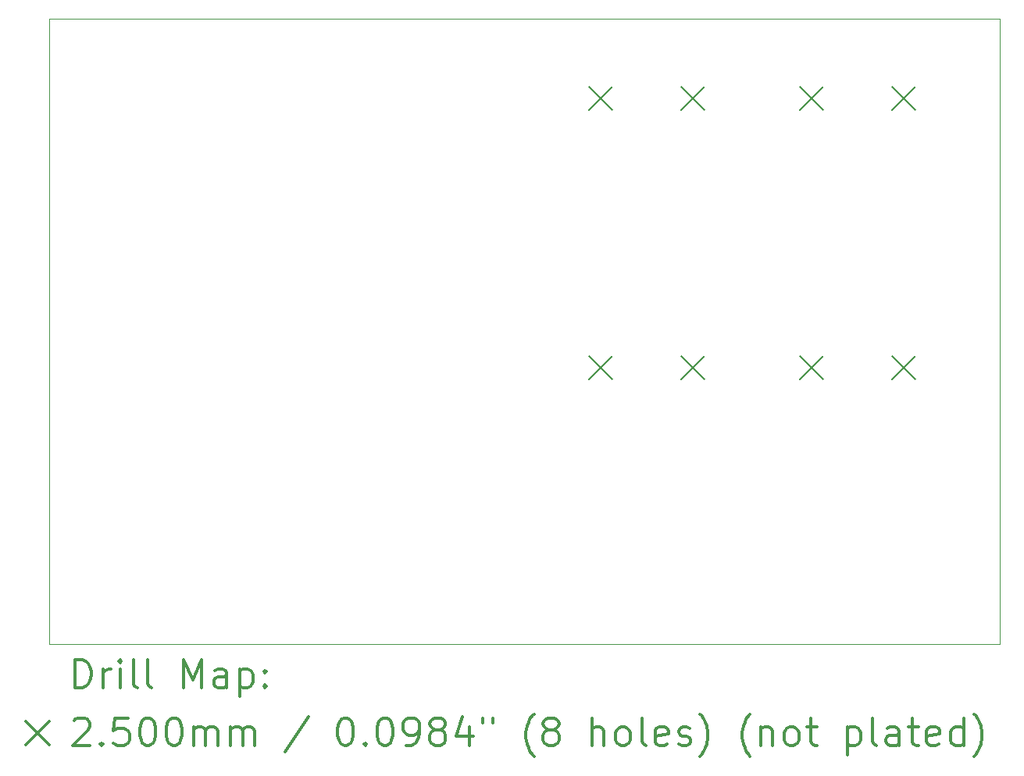
<source format=gbr>
%FSLAX45Y45*%
G04 Gerber Fmt 4.5, Leading zero omitted, Abs format (unit mm)*
G04 Created by KiCad (PCBNEW (5.1.10)-1) date 2021-10-04 13:51:50*
%MOMM*%
%LPD*%
G01*
G04 APERTURE LIST*
%TA.AperFunction,Profile*%
%ADD10C,0.100000*%
%TD*%
%ADD11C,0.200000*%
%ADD12C,0.300000*%
G04 APERTURE END LIST*
D10*
X16777000Y-13208000D02*
X16777000Y-6428000D01*
X16777000Y-6428000D02*
X6477000Y-6428000D01*
X6477000Y-13208000D02*
X16777000Y-13208000D01*
X6477000Y-6428000D02*
X6477000Y-13208000D01*
D11*
X12329000Y-7164800D02*
X12579000Y-7414800D01*
X12579000Y-7164800D02*
X12329000Y-7414800D01*
X12329000Y-10085800D02*
X12579000Y-10335800D01*
X12579000Y-10085800D02*
X12329000Y-10335800D01*
X13329000Y-7164800D02*
X13579000Y-7414800D01*
X13579000Y-7164800D02*
X13329000Y-7414800D01*
X13329000Y-10085800D02*
X13579000Y-10335800D01*
X13579000Y-10085800D02*
X13329000Y-10335800D01*
X14615000Y-7164800D02*
X14865000Y-7414800D01*
X14865000Y-7164800D02*
X14615000Y-7414800D01*
X14615000Y-10085800D02*
X14865000Y-10335800D01*
X14865000Y-10085800D02*
X14615000Y-10335800D01*
X15615000Y-7164800D02*
X15865000Y-7414800D01*
X15865000Y-7164800D02*
X15615000Y-7414800D01*
X15615000Y-10085800D02*
X15865000Y-10335800D01*
X15865000Y-10085800D02*
X15615000Y-10335800D01*
D12*
X6758428Y-13678714D02*
X6758428Y-13378714D01*
X6829857Y-13378714D01*
X6872714Y-13393000D01*
X6901286Y-13421571D01*
X6915571Y-13450143D01*
X6929857Y-13507286D01*
X6929857Y-13550143D01*
X6915571Y-13607286D01*
X6901286Y-13635857D01*
X6872714Y-13664429D01*
X6829857Y-13678714D01*
X6758428Y-13678714D01*
X7058428Y-13678714D02*
X7058428Y-13478714D01*
X7058428Y-13535857D02*
X7072714Y-13507286D01*
X7087000Y-13493000D01*
X7115571Y-13478714D01*
X7144143Y-13478714D01*
X7244143Y-13678714D02*
X7244143Y-13478714D01*
X7244143Y-13378714D02*
X7229857Y-13393000D01*
X7244143Y-13407286D01*
X7258428Y-13393000D01*
X7244143Y-13378714D01*
X7244143Y-13407286D01*
X7429857Y-13678714D02*
X7401286Y-13664429D01*
X7387000Y-13635857D01*
X7387000Y-13378714D01*
X7587000Y-13678714D02*
X7558428Y-13664429D01*
X7544143Y-13635857D01*
X7544143Y-13378714D01*
X7929857Y-13678714D02*
X7929857Y-13378714D01*
X8029857Y-13593000D01*
X8129857Y-13378714D01*
X8129857Y-13678714D01*
X8401286Y-13678714D02*
X8401286Y-13521571D01*
X8387000Y-13493000D01*
X8358428Y-13478714D01*
X8301286Y-13478714D01*
X8272714Y-13493000D01*
X8401286Y-13664429D02*
X8372714Y-13678714D01*
X8301286Y-13678714D01*
X8272714Y-13664429D01*
X8258428Y-13635857D01*
X8258428Y-13607286D01*
X8272714Y-13578714D01*
X8301286Y-13564429D01*
X8372714Y-13564429D01*
X8401286Y-13550143D01*
X8544143Y-13478714D02*
X8544143Y-13778714D01*
X8544143Y-13493000D02*
X8572714Y-13478714D01*
X8629857Y-13478714D01*
X8658428Y-13493000D01*
X8672714Y-13507286D01*
X8687000Y-13535857D01*
X8687000Y-13621571D01*
X8672714Y-13650143D01*
X8658428Y-13664429D01*
X8629857Y-13678714D01*
X8572714Y-13678714D01*
X8544143Y-13664429D01*
X8815571Y-13650143D02*
X8829857Y-13664429D01*
X8815571Y-13678714D01*
X8801286Y-13664429D01*
X8815571Y-13650143D01*
X8815571Y-13678714D01*
X8815571Y-13493000D02*
X8829857Y-13507286D01*
X8815571Y-13521571D01*
X8801286Y-13507286D01*
X8815571Y-13493000D01*
X8815571Y-13521571D01*
X6222000Y-14048000D02*
X6472000Y-14298000D01*
X6472000Y-14048000D02*
X6222000Y-14298000D01*
X6744143Y-14037286D02*
X6758428Y-14023000D01*
X6787000Y-14008714D01*
X6858428Y-14008714D01*
X6887000Y-14023000D01*
X6901286Y-14037286D01*
X6915571Y-14065857D01*
X6915571Y-14094429D01*
X6901286Y-14137286D01*
X6729857Y-14308714D01*
X6915571Y-14308714D01*
X7044143Y-14280143D02*
X7058428Y-14294429D01*
X7044143Y-14308714D01*
X7029857Y-14294429D01*
X7044143Y-14280143D01*
X7044143Y-14308714D01*
X7329857Y-14008714D02*
X7187000Y-14008714D01*
X7172714Y-14151571D01*
X7187000Y-14137286D01*
X7215571Y-14123000D01*
X7287000Y-14123000D01*
X7315571Y-14137286D01*
X7329857Y-14151571D01*
X7344143Y-14180143D01*
X7344143Y-14251571D01*
X7329857Y-14280143D01*
X7315571Y-14294429D01*
X7287000Y-14308714D01*
X7215571Y-14308714D01*
X7187000Y-14294429D01*
X7172714Y-14280143D01*
X7529857Y-14008714D02*
X7558428Y-14008714D01*
X7587000Y-14023000D01*
X7601286Y-14037286D01*
X7615571Y-14065857D01*
X7629857Y-14123000D01*
X7629857Y-14194429D01*
X7615571Y-14251571D01*
X7601286Y-14280143D01*
X7587000Y-14294429D01*
X7558428Y-14308714D01*
X7529857Y-14308714D01*
X7501286Y-14294429D01*
X7487000Y-14280143D01*
X7472714Y-14251571D01*
X7458428Y-14194429D01*
X7458428Y-14123000D01*
X7472714Y-14065857D01*
X7487000Y-14037286D01*
X7501286Y-14023000D01*
X7529857Y-14008714D01*
X7815571Y-14008714D02*
X7844143Y-14008714D01*
X7872714Y-14023000D01*
X7887000Y-14037286D01*
X7901286Y-14065857D01*
X7915571Y-14123000D01*
X7915571Y-14194429D01*
X7901286Y-14251571D01*
X7887000Y-14280143D01*
X7872714Y-14294429D01*
X7844143Y-14308714D01*
X7815571Y-14308714D01*
X7787000Y-14294429D01*
X7772714Y-14280143D01*
X7758428Y-14251571D01*
X7744143Y-14194429D01*
X7744143Y-14123000D01*
X7758428Y-14065857D01*
X7772714Y-14037286D01*
X7787000Y-14023000D01*
X7815571Y-14008714D01*
X8044143Y-14308714D02*
X8044143Y-14108714D01*
X8044143Y-14137286D02*
X8058428Y-14123000D01*
X8087000Y-14108714D01*
X8129857Y-14108714D01*
X8158428Y-14123000D01*
X8172714Y-14151571D01*
X8172714Y-14308714D01*
X8172714Y-14151571D02*
X8187000Y-14123000D01*
X8215571Y-14108714D01*
X8258428Y-14108714D01*
X8287000Y-14123000D01*
X8301286Y-14151571D01*
X8301286Y-14308714D01*
X8444143Y-14308714D02*
X8444143Y-14108714D01*
X8444143Y-14137286D02*
X8458428Y-14123000D01*
X8487000Y-14108714D01*
X8529857Y-14108714D01*
X8558428Y-14123000D01*
X8572714Y-14151571D01*
X8572714Y-14308714D01*
X8572714Y-14151571D02*
X8587000Y-14123000D01*
X8615571Y-14108714D01*
X8658428Y-14108714D01*
X8687000Y-14123000D01*
X8701286Y-14151571D01*
X8701286Y-14308714D01*
X9287000Y-13994429D02*
X9029857Y-14380143D01*
X9672714Y-14008714D02*
X9701286Y-14008714D01*
X9729857Y-14023000D01*
X9744143Y-14037286D01*
X9758428Y-14065857D01*
X9772714Y-14123000D01*
X9772714Y-14194429D01*
X9758428Y-14251571D01*
X9744143Y-14280143D01*
X9729857Y-14294429D01*
X9701286Y-14308714D01*
X9672714Y-14308714D01*
X9644143Y-14294429D01*
X9629857Y-14280143D01*
X9615571Y-14251571D01*
X9601286Y-14194429D01*
X9601286Y-14123000D01*
X9615571Y-14065857D01*
X9629857Y-14037286D01*
X9644143Y-14023000D01*
X9672714Y-14008714D01*
X9901286Y-14280143D02*
X9915571Y-14294429D01*
X9901286Y-14308714D01*
X9887000Y-14294429D01*
X9901286Y-14280143D01*
X9901286Y-14308714D01*
X10101286Y-14008714D02*
X10129857Y-14008714D01*
X10158428Y-14023000D01*
X10172714Y-14037286D01*
X10187000Y-14065857D01*
X10201286Y-14123000D01*
X10201286Y-14194429D01*
X10187000Y-14251571D01*
X10172714Y-14280143D01*
X10158428Y-14294429D01*
X10129857Y-14308714D01*
X10101286Y-14308714D01*
X10072714Y-14294429D01*
X10058428Y-14280143D01*
X10044143Y-14251571D01*
X10029857Y-14194429D01*
X10029857Y-14123000D01*
X10044143Y-14065857D01*
X10058428Y-14037286D01*
X10072714Y-14023000D01*
X10101286Y-14008714D01*
X10344143Y-14308714D02*
X10401286Y-14308714D01*
X10429857Y-14294429D01*
X10444143Y-14280143D01*
X10472714Y-14237286D01*
X10487000Y-14180143D01*
X10487000Y-14065857D01*
X10472714Y-14037286D01*
X10458428Y-14023000D01*
X10429857Y-14008714D01*
X10372714Y-14008714D01*
X10344143Y-14023000D01*
X10329857Y-14037286D01*
X10315571Y-14065857D01*
X10315571Y-14137286D01*
X10329857Y-14165857D01*
X10344143Y-14180143D01*
X10372714Y-14194429D01*
X10429857Y-14194429D01*
X10458428Y-14180143D01*
X10472714Y-14165857D01*
X10487000Y-14137286D01*
X10658428Y-14137286D02*
X10629857Y-14123000D01*
X10615571Y-14108714D01*
X10601286Y-14080143D01*
X10601286Y-14065857D01*
X10615571Y-14037286D01*
X10629857Y-14023000D01*
X10658428Y-14008714D01*
X10715571Y-14008714D01*
X10744143Y-14023000D01*
X10758428Y-14037286D01*
X10772714Y-14065857D01*
X10772714Y-14080143D01*
X10758428Y-14108714D01*
X10744143Y-14123000D01*
X10715571Y-14137286D01*
X10658428Y-14137286D01*
X10629857Y-14151571D01*
X10615571Y-14165857D01*
X10601286Y-14194429D01*
X10601286Y-14251571D01*
X10615571Y-14280143D01*
X10629857Y-14294429D01*
X10658428Y-14308714D01*
X10715571Y-14308714D01*
X10744143Y-14294429D01*
X10758428Y-14280143D01*
X10772714Y-14251571D01*
X10772714Y-14194429D01*
X10758428Y-14165857D01*
X10744143Y-14151571D01*
X10715571Y-14137286D01*
X11029857Y-14108714D02*
X11029857Y-14308714D01*
X10958428Y-13994429D02*
X10887000Y-14208714D01*
X11072714Y-14208714D01*
X11172714Y-14008714D02*
X11172714Y-14065857D01*
X11287000Y-14008714D02*
X11287000Y-14065857D01*
X11729857Y-14423000D02*
X11715571Y-14408714D01*
X11687000Y-14365857D01*
X11672714Y-14337286D01*
X11658428Y-14294429D01*
X11644143Y-14223000D01*
X11644143Y-14165857D01*
X11658428Y-14094429D01*
X11672714Y-14051571D01*
X11687000Y-14023000D01*
X11715571Y-13980143D01*
X11729857Y-13965857D01*
X11887000Y-14137286D02*
X11858428Y-14123000D01*
X11844143Y-14108714D01*
X11829857Y-14080143D01*
X11829857Y-14065857D01*
X11844143Y-14037286D01*
X11858428Y-14023000D01*
X11887000Y-14008714D01*
X11944143Y-14008714D01*
X11972714Y-14023000D01*
X11987000Y-14037286D01*
X12001286Y-14065857D01*
X12001286Y-14080143D01*
X11987000Y-14108714D01*
X11972714Y-14123000D01*
X11944143Y-14137286D01*
X11887000Y-14137286D01*
X11858428Y-14151571D01*
X11844143Y-14165857D01*
X11829857Y-14194429D01*
X11829857Y-14251571D01*
X11844143Y-14280143D01*
X11858428Y-14294429D01*
X11887000Y-14308714D01*
X11944143Y-14308714D01*
X11972714Y-14294429D01*
X11987000Y-14280143D01*
X12001286Y-14251571D01*
X12001286Y-14194429D01*
X11987000Y-14165857D01*
X11972714Y-14151571D01*
X11944143Y-14137286D01*
X12358428Y-14308714D02*
X12358428Y-14008714D01*
X12487000Y-14308714D02*
X12487000Y-14151571D01*
X12472714Y-14123000D01*
X12444143Y-14108714D01*
X12401286Y-14108714D01*
X12372714Y-14123000D01*
X12358428Y-14137286D01*
X12672714Y-14308714D02*
X12644143Y-14294429D01*
X12629857Y-14280143D01*
X12615571Y-14251571D01*
X12615571Y-14165857D01*
X12629857Y-14137286D01*
X12644143Y-14123000D01*
X12672714Y-14108714D01*
X12715571Y-14108714D01*
X12744143Y-14123000D01*
X12758428Y-14137286D01*
X12772714Y-14165857D01*
X12772714Y-14251571D01*
X12758428Y-14280143D01*
X12744143Y-14294429D01*
X12715571Y-14308714D01*
X12672714Y-14308714D01*
X12944143Y-14308714D02*
X12915571Y-14294429D01*
X12901286Y-14265857D01*
X12901286Y-14008714D01*
X13172714Y-14294429D02*
X13144143Y-14308714D01*
X13087000Y-14308714D01*
X13058428Y-14294429D01*
X13044143Y-14265857D01*
X13044143Y-14151571D01*
X13058428Y-14123000D01*
X13087000Y-14108714D01*
X13144143Y-14108714D01*
X13172714Y-14123000D01*
X13187000Y-14151571D01*
X13187000Y-14180143D01*
X13044143Y-14208714D01*
X13301286Y-14294429D02*
X13329857Y-14308714D01*
X13387000Y-14308714D01*
X13415571Y-14294429D01*
X13429857Y-14265857D01*
X13429857Y-14251571D01*
X13415571Y-14223000D01*
X13387000Y-14208714D01*
X13344143Y-14208714D01*
X13315571Y-14194429D01*
X13301286Y-14165857D01*
X13301286Y-14151571D01*
X13315571Y-14123000D01*
X13344143Y-14108714D01*
X13387000Y-14108714D01*
X13415571Y-14123000D01*
X13529857Y-14423000D02*
X13544143Y-14408714D01*
X13572714Y-14365857D01*
X13587000Y-14337286D01*
X13601286Y-14294429D01*
X13615571Y-14223000D01*
X13615571Y-14165857D01*
X13601286Y-14094429D01*
X13587000Y-14051571D01*
X13572714Y-14023000D01*
X13544143Y-13980143D01*
X13529857Y-13965857D01*
X14072714Y-14423000D02*
X14058428Y-14408714D01*
X14029857Y-14365857D01*
X14015571Y-14337286D01*
X14001286Y-14294429D01*
X13987000Y-14223000D01*
X13987000Y-14165857D01*
X14001286Y-14094429D01*
X14015571Y-14051571D01*
X14029857Y-14023000D01*
X14058428Y-13980143D01*
X14072714Y-13965857D01*
X14187000Y-14108714D02*
X14187000Y-14308714D01*
X14187000Y-14137286D02*
X14201286Y-14123000D01*
X14229857Y-14108714D01*
X14272714Y-14108714D01*
X14301286Y-14123000D01*
X14315571Y-14151571D01*
X14315571Y-14308714D01*
X14501286Y-14308714D02*
X14472714Y-14294429D01*
X14458428Y-14280143D01*
X14444143Y-14251571D01*
X14444143Y-14165857D01*
X14458428Y-14137286D01*
X14472714Y-14123000D01*
X14501286Y-14108714D01*
X14544143Y-14108714D01*
X14572714Y-14123000D01*
X14587000Y-14137286D01*
X14601286Y-14165857D01*
X14601286Y-14251571D01*
X14587000Y-14280143D01*
X14572714Y-14294429D01*
X14544143Y-14308714D01*
X14501286Y-14308714D01*
X14687000Y-14108714D02*
X14801286Y-14108714D01*
X14729857Y-14008714D02*
X14729857Y-14265857D01*
X14744143Y-14294429D01*
X14772714Y-14308714D01*
X14801286Y-14308714D01*
X15129857Y-14108714D02*
X15129857Y-14408714D01*
X15129857Y-14123000D02*
X15158428Y-14108714D01*
X15215571Y-14108714D01*
X15244143Y-14123000D01*
X15258428Y-14137286D01*
X15272714Y-14165857D01*
X15272714Y-14251571D01*
X15258428Y-14280143D01*
X15244143Y-14294429D01*
X15215571Y-14308714D01*
X15158428Y-14308714D01*
X15129857Y-14294429D01*
X15444143Y-14308714D02*
X15415571Y-14294429D01*
X15401286Y-14265857D01*
X15401286Y-14008714D01*
X15687000Y-14308714D02*
X15687000Y-14151571D01*
X15672714Y-14123000D01*
X15644143Y-14108714D01*
X15587000Y-14108714D01*
X15558428Y-14123000D01*
X15687000Y-14294429D02*
X15658428Y-14308714D01*
X15587000Y-14308714D01*
X15558428Y-14294429D01*
X15544143Y-14265857D01*
X15544143Y-14237286D01*
X15558428Y-14208714D01*
X15587000Y-14194429D01*
X15658428Y-14194429D01*
X15687000Y-14180143D01*
X15787000Y-14108714D02*
X15901286Y-14108714D01*
X15829857Y-14008714D02*
X15829857Y-14265857D01*
X15844143Y-14294429D01*
X15872714Y-14308714D01*
X15901286Y-14308714D01*
X16115571Y-14294429D02*
X16087000Y-14308714D01*
X16029857Y-14308714D01*
X16001286Y-14294429D01*
X15987000Y-14265857D01*
X15987000Y-14151571D01*
X16001286Y-14123000D01*
X16029857Y-14108714D01*
X16087000Y-14108714D01*
X16115571Y-14123000D01*
X16129857Y-14151571D01*
X16129857Y-14180143D01*
X15987000Y-14208714D01*
X16387000Y-14308714D02*
X16387000Y-14008714D01*
X16387000Y-14294429D02*
X16358428Y-14308714D01*
X16301286Y-14308714D01*
X16272714Y-14294429D01*
X16258428Y-14280143D01*
X16244143Y-14251571D01*
X16244143Y-14165857D01*
X16258428Y-14137286D01*
X16272714Y-14123000D01*
X16301286Y-14108714D01*
X16358428Y-14108714D01*
X16387000Y-14123000D01*
X16501286Y-14423000D02*
X16515571Y-14408714D01*
X16544143Y-14365857D01*
X16558428Y-14337286D01*
X16572714Y-14294429D01*
X16587000Y-14223000D01*
X16587000Y-14165857D01*
X16572714Y-14094429D01*
X16558428Y-14051571D01*
X16544143Y-14023000D01*
X16515571Y-13980143D01*
X16501286Y-13965857D01*
M02*

</source>
